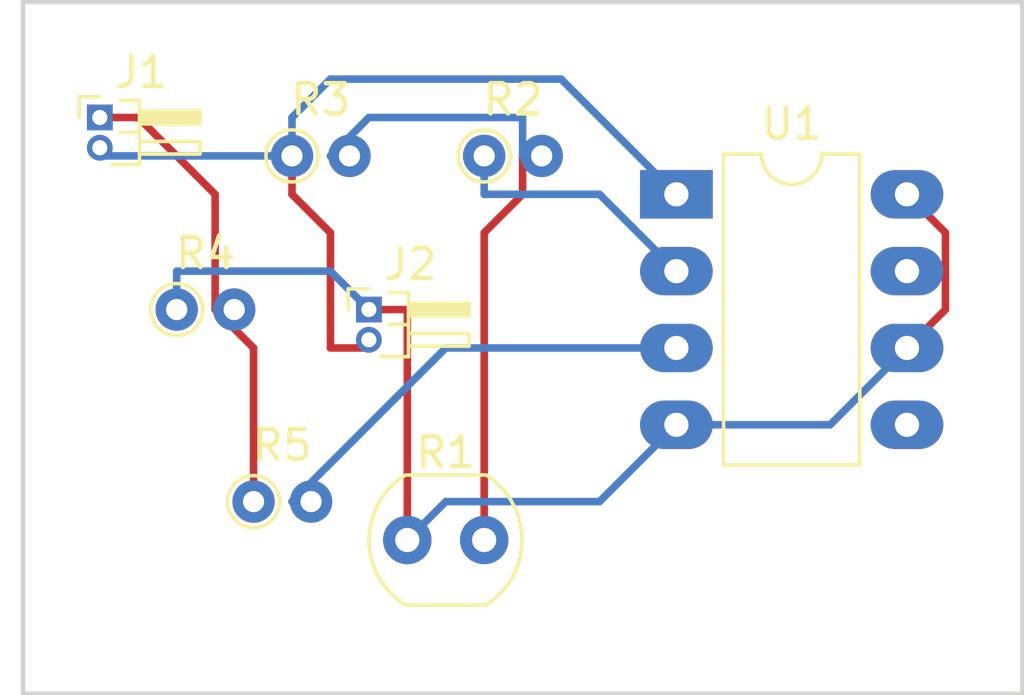
<source format=kicad_pcb>
(kicad_pcb (version 4) (host pcbnew 4.0.7)

  (general
    (links 14)
    (no_connects 0)
    (area 143.947381 116.764999 177.875001 139.775001)
    (thickness 1.6)
    (drawings 4)
    (tracks 46)
    (zones 0)
    (modules 8)
    (nets 9)
  )

  (page A4)
  (layers
    (0 F.Cu signal)
    (31 B.Cu signal)
    (33 F.Adhes user)
    (35 F.Paste user)
    (37 F.SilkS user)
    (39 F.Mask user)
    (40 Dwgs.User user)
    (41 Cmts.User user)
    (42 Eco1.User user)
    (43 Eco2.User user)
    (44 Edge.Cuts user)
    (45 Margin user)
    (47 F.CrtYd user)
    (49 F.Fab user)
  )

  (setup
    (last_trace_width 0.25)
    (trace_clearance 0.2)
    (zone_clearance 0.508)
    (zone_45_only no)
    (trace_min 0.2)
    (segment_width 0.2)
    (edge_width 0.15)
    (via_size 0.6)
    (via_drill 0.4)
    (via_min_size 0.4)
    (via_min_drill 0.3)
    (uvia_size 0.3)
    (uvia_drill 0.1)
    (uvias_allowed no)
    (uvia_min_size 0.2)
    (uvia_min_drill 0.1)
    (pcb_text_width 0.3)
    (pcb_text_size 1.5 1.5)
    (mod_edge_width 0.15)
    (mod_text_size 1 1)
    (mod_text_width 0.15)
    (pad_size 1.524 1.524)
    (pad_drill 0.762)
    (pad_to_mask_clearance 0.2)
    (aux_axis_origin 0 0)
    (visible_elements 7FFFFFFF)
    (pcbplotparams
      (layerselection 0x00000_80000001)
      (usegerberextensions false)
      (excludeedgelayer true)
      (linewidth 0.100000)
      (plotframeref false)
      (viasonmask false)
      (mode 1)
      (useauxorigin false)
      (hpglpennumber 1)
      (hpglpenspeed 20)
      (hpglpendiameter 15)
      (hpglpenoverlay 2)
      (psnegative false)
      (psa4output false)
      (plotreference true)
      (plotvalue true)
      (plotinvisibletext false)
      (padsonsilk false)
      (subtractmaskfromsilk false)
      (outputformat 1)
      (mirror false)
      (drillshape 0)
      (scaleselection 1)
      (outputdirectory ""))
  )

  (net 0 "")
  (net 1 "Net-(J1-Pad1)")
  (net 2 GND)
  (net 3 +9V)
  (net 4 "Net-(R1-Pad2)")
  (net 5 "Net-(R2-Pad1)")
  (net 6 "Net-(U1-Pad5)")
  (net 7 "Net-(U1-Pad7)")
  (net 8 "Net-(R5-Pad2)")

  (net_class Default "This is the default net class."
    (clearance 0.2)
    (trace_width 0.25)
    (via_dia 0.6)
    (via_drill 0.4)
    (uvia_dia 0.3)
    (uvia_drill 0.1)
    (add_net +9V)
    (add_net GND)
    (add_net "Net-(J1-Pad1)")
    (add_net "Net-(R1-Pad2)")
    (add_net "Net-(R2-Pad1)")
    (add_net "Net-(R5-Pad2)")
    (add_net "Net-(U1-Pad5)")
    (add_net "Net-(U1-Pad7)")
  )

  (module Opto-Devices:Resistor_LDR_4.9x4.2_RM2.54 placed (layer F.Cu) (tedit 588BCEEC) (tstamp 5BB1E170)
    (at 157.48 134.62)
    (descr "Resistor, LDR 4.9x4.2mm")
    (tags "Resistor LDR4.9x4.2")
    (path /5B9622B4)
    (fp_text reference R1 (at 1.27 -2.9) (layer F.SilkS)
      (effects (font (size 1 1) (thickness 0.15)))
    )
    (fp_text value LDR03 (at 1.17 3.1) (layer F.Fab)
      (effects (font (size 1 1) (thickness 0.15)))
    )
    (fp_line (start -0.05 2.15) (end 2.6 2.15) (layer F.SilkS) (width 0.12))
    (fp_line (start -0.05 -2.15) (end 2.6 -2.15) (layer F.SilkS) (width 0.12))
    (fp_line (start 0.87 -1.2) (end 2.17 -1.2) (layer F.Fab) (width 0.1))
    (fp_line (start 1.67 -0.6) (end 0.87 -0.6) (layer F.Fab) (width 0.1))
    (fp_line (start 0.87 0) (end 1.67 0) (layer F.Fab) (width 0.1))
    (fp_line (start 1.67 0.6) (end 0.87 0.6) (layer F.Fab) (width 0.1))
    (fp_line (start 0.37 1.2) (end 1.67 1.2) (layer F.Fab) (width 0.1))
    (fp_line (start 0.37 -1.8) (end 2.17 -1.8) (layer F.Fab) (width 0.1))
    (fp_line (start 2.17 -1.8) (end 2.17 -1.2) (layer F.Fab) (width 0.1))
    (fp_line (start 0.87 -1.2) (end 0.87 -0.6) (layer F.Fab) (width 0.1))
    (fp_line (start 1.67 -0.6) (end 1.67 0) (layer F.Fab) (width 0.1))
    (fp_line (start 0.87 0) (end 0.87 0.6) (layer F.Fab) (width 0.1))
    (fp_line (start 1.67 0.6) (end 1.67 1.2) (layer F.Fab) (width 0.1))
    (fp_line (start 0.37 1.2) (end 0.37 1.8) (layer F.Fab) (width 0.1))
    (fp_line (start 0.37 1.8) (end 2.17 1.8) (layer F.Fab) (width 0.1))
    (fp_line (start 2.57 2.1) (end -0.03 2.1) (layer F.Fab) (width 0.1))
    (fp_line (start -0.03 -2.1) (end 2.57 -2.1) (layer F.Fab) (width 0.1))
    (fp_line (start -1.45 -2.35) (end 3.99 -2.35) (layer F.CrtYd) (width 0.05))
    (fp_line (start -1.45 -2.35) (end -1.45 2.35) (layer F.CrtYd) (width 0.05))
    (fp_line (start 3.99 2.35) (end 3.99 -2.35) (layer F.CrtYd) (width 0.05))
    (fp_line (start 3.99 2.35) (end -1.45 2.35) (layer F.CrtYd) (width 0.05))
    (fp_arc (start 1.25 0) (end -0.05 2.15) (angle 117) (layer F.SilkS) (width 0.12))
    (fp_arc (start 1.25 0) (end 2.6 -2.15) (angle 115) (layer F.SilkS) (width 0.12))
    (fp_arc (start 1.27 0) (end 2.57 -2.1) (angle 115) (layer F.Fab) (width 0.1))
    (fp_arc (start 1.27 0) (end -0.03 2.1) (angle 115) (layer F.Fab) (width 0.1))
    (pad 1 thru_hole circle (at 0 0) (size 1.6 1.6) (drill 0.8) (layers *.Cu *.Mask)
      (net 3 +9V))
    (pad 2 thru_hole circle (at 2.54 0) (size 1.6 1.6) (drill 0.8) (layers *.Cu *.Mask)
      (net 4 "Net-(R1-Pad2)"))
  )

  (module Resistors_THT:R_Axial_DIN0204_L3.6mm_D1.6mm_P1.90mm_Vertical placed (layer F.Cu) (tedit 5874F706) (tstamp 5BB1E17E)
    (at 160.02 121.92)
    (descr "Resistor, Axial_DIN0204 series, Axial, Vertical, pin pitch=1.9mm, 0.16666666666666666W = 1/6W, length*diameter=3.6*1.6mm^2, http://cdn-reichelt.de/documents/datenblatt/B400/1_4W%23YAG.pdf")
    (tags "Resistor Axial_DIN0204 series Axial Vertical pin pitch 1.9mm 0.16666666666666666W = 1/6W length 3.6mm diameter 1.6mm")
    (path /5B962255)
    (fp_text reference R2 (at 0.95 -1.86) (layer F.SilkS)
      (effects (font (size 1 1) (thickness 0.15)))
    )
    (fp_text value 1K (at 0.95 1.86) (layer F.Fab)
      (effects (font (size 1 1) (thickness 0.15)))
    )
    (fp_circle (center 0 0) (end 0.8 0) (layer F.Fab) (width 0.1))
    (fp_circle (center 0 0) (end 0.86 0) (layer F.SilkS) (width 0.12))
    (fp_line (start 0 0) (end 1.9 0) (layer F.Fab) (width 0.1))
    (fp_line (start 0.86 0) (end 0.9 0) (layer F.SilkS) (width 0.12))
    (fp_line (start -1.15 -1.15) (end -1.15 1.15) (layer F.CrtYd) (width 0.05))
    (fp_line (start -1.15 1.15) (end 2.95 1.15) (layer F.CrtYd) (width 0.05))
    (fp_line (start 2.95 1.15) (end 2.95 -1.15) (layer F.CrtYd) (width 0.05))
    (fp_line (start 2.95 -1.15) (end -1.15 -1.15) (layer F.CrtYd) (width 0.05))
    (pad 1 thru_hole circle (at 0 0) (size 1.4 1.4) (drill 0.7) (layers *.Cu *.Mask)
      (net 5 "Net-(R2-Pad1)"))
    (pad 2 thru_hole oval (at 1.9 0) (size 1.4 1.4) (drill 0.7) (layers *.Cu *.Mask)
      (net 4 "Net-(R1-Pad2)"))
    (model ${KISYS3DMOD}/Resistors_THT.3dshapes/R_Axial_DIN0204_L3.6mm_D1.6mm_P1.90mm_Vertical.wrl
      (at (xyz 0 0 0))
      (scale (xyz 0.393701 0.393701 0.393701))
      (rotate (xyz 0 0 0))
    )
  )

  (module Resistors_THT:R_Axial_DIN0204_L3.6mm_D1.6mm_P1.90mm_Vertical placed (layer F.Cu) (tedit 5874F706) (tstamp 5BB1E18C)
    (at 153.67 121.92)
    (descr "Resistor, Axial_DIN0204 series, Axial, Vertical, pin pitch=1.9mm, 0.16666666666666666W = 1/6W, length*diameter=3.6*1.6mm^2, http://cdn-reichelt.de/documents/datenblatt/B400/1_4W%23YAG.pdf")
    (tags "Resistor Axial_DIN0204 series Axial Vertical pin pitch 1.9mm 0.16666666666666666W = 1/6W length 3.6mm diameter 1.6mm")
    (path /5B962291)
    (fp_text reference R3 (at 0.95 -1.86) (layer F.SilkS)
      (effects (font (size 1 1) (thickness 0.15)))
    )
    (fp_text value 20K (at 0.95 1.86) (layer F.Fab)
      (effects (font (size 1 1) (thickness 0.15)))
    )
    (fp_circle (center 0 0) (end 0.8 0) (layer F.Fab) (width 0.1))
    (fp_circle (center 0 0) (end 0.86 0) (layer F.SilkS) (width 0.12))
    (fp_line (start 0 0) (end 1.9 0) (layer F.Fab) (width 0.1))
    (fp_line (start 0.86 0) (end 0.9 0) (layer F.SilkS) (width 0.12))
    (fp_line (start -1.15 -1.15) (end -1.15 1.15) (layer F.CrtYd) (width 0.05))
    (fp_line (start -1.15 1.15) (end 2.95 1.15) (layer F.CrtYd) (width 0.05))
    (fp_line (start 2.95 1.15) (end 2.95 -1.15) (layer F.CrtYd) (width 0.05))
    (fp_line (start 2.95 -1.15) (end -1.15 -1.15) (layer F.CrtYd) (width 0.05))
    (pad 1 thru_hole circle (at 0 0) (size 1.4 1.4) (drill 0.7) (layers *.Cu *.Mask)
      (net 2 GND))
    (pad 2 thru_hole oval (at 1.9 0) (size 1.4 1.4) (drill 0.7) (layers *.Cu *.Mask)
      (net 4 "Net-(R1-Pad2)"))
    (model ${KISYS3DMOD}/Resistors_THT.3dshapes/R_Axial_DIN0204_L3.6mm_D1.6mm_P1.90mm_Vertical.wrl
      (at (xyz 0 0 0))
      (scale (xyz 0.393701 0.393701 0.393701))
      (rotate (xyz 0 0 0))
    )
  )

  (module Resistors_THT:R_Axial_DIN0204_L3.6mm_D1.6mm_P1.90mm_Vertical placed (layer F.Cu) (tedit 5874F706) (tstamp 5BB1E19A)
    (at 149.86 127)
    (descr "Resistor, Axial_DIN0204 series, Axial, Vertical, pin pitch=1.9mm, 0.16666666666666666W = 1/6W, length*diameter=3.6*1.6mm^2, http://cdn-reichelt.de/documents/datenblatt/B400/1_4W%23YAG.pdf")
    (tags "Resistor Axial_DIN0204 series Axial Vertical pin pitch 1.9mm 0.16666666666666666W = 1/6W length 3.6mm diameter 1.6mm")
    (path /5B962272)
    (fp_text reference R4 (at 0.95 -1.86) (layer F.SilkS)
      (effects (font (size 1 1) (thickness 0.15)))
    )
    (fp_text value 220 (at 0.95 1.86) (layer F.Fab)
      (effects (font (size 1 1) (thickness 0.15)))
    )
    (fp_circle (center 0 0) (end 0.8 0) (layer F.Fab) (width 0.1))
    (fp_circle (center 0 0) (end 0.86 0) (layer F.SilkS) (width 0.12))
    (fp_line (start 0 0) (end 1.9 0) (layer F.Fab) (width 0.1))
    (fp_line (start 0.86 0) (end 0.9 0) (layer F.SilkS) (width 0.12))
    (fp_line (start -1.15 -1.15) (end -1.15 1.15) (layer F.CrtYd) (width 0.05))
    (fp_line (start -1.15 1.15) (end 2.95 1.15) (layer F.CrtYd) (width 0.05))
    (fp_line (start 2.95 1.15) (end 2.95 -1.15) (layer F.CrtYd) (width 0.05))
    (fp_line (start 2.95 -1.15) (end -1.15 -1.15) (layer F.CrtYd) (width 0.05))
    (pad 1 thru_hole circle (at 0 0) (size 1.4 1.4) (drill 0.7) (layers *.Cu *.Mask)
      (net 3 +9V))
    (pad 2 thru_hole oval (at 1.9 0) (size 1.4 1.4) (drill 0.7) (layers *.Cu *.Mask)
      (net 1 "Net-(J1-Pad1)"))
    (model ${KISYS3DMOD}/Resistors_THT.3dshapes/R_Axial_DIN0204_L3.6mm_D1.6mm_P1.90mm_Vertical.wrl
      (at (xyz 0 0 0))
      (scale (xyz 0.393701 0.393701 0.393701))
      (rotate (xyz 0 0 0))
    )
  )

  (module Resistors_THT:R_Axial_DIN0204_L3.6mm_D1.6mm_P1.90mm_Vertical placed (layer F.Cu) (tedit 5874F706) (tstamp 5BB1E1A8)
    (at 152.4 133.35)
    (descr "Resistor, Axial_DIN0204 series, Axial, Vertical, pin pitch=1.9mm, 0.16666666666666666W = 1/6W, length*diameter=3.6*1.6mm^2, http://cdn-reichelt.de/documents/datenblatt/B400/1_4W%23YAG.pdf")
    (tags "Resistor Axial_DIN0204 series Axial Vertical pin pitch 1.9mm 0.16666666666666666W = 1/6W length 3.6mm diameter 1.6mm")
    (path /5BB1D8A4)
    (fp_text reference R5 (at 0.95 -1.86) (layer F.SilkS)
      (effects (font (size 1 1) (thickness 0.15)))
    )
    (fp_text value 220 (at 0.95 1.86) (layer F.Fab)
      (effects (font (size 1 1) (thickness 0.15)))
    )
    (fp_circle (center 0 0) (end 0.8 0) (layer F.Fab) (width 0.1))
    (fp_circle (center 0 0) (end 0.86 0) (layer F.SilkS) (width 0.12))
    (fp_line (start 0 0) (end 1.9 0) (layer F.Fab) (width 0.1))
    (fp_line (start 0.86 0) (end 0.9 0) (layer F.SilkS) (width 0.12))
    (fp_line (start -1.15 -1.15) (end -1.15 1.15) (layer F.CrtYd) (width 0.05))
    (fp_line (start -1.15 1.15) (end 2.95 1.15) (layer F.CrtYd) (width 0.05))
    (fp_line (start 2.95 1.15) (end 2.95 -1.15) (layer F.CrtYd) (width 0.05))
    (fp_line (start 2.95 -1.15) (end -1.15 -1.15) (layer F.CrtYd) (width 0.05))
    (pad 1 thru_hole circle (at 0 0) (size 1.4 1.4) (drill 0.7) (layers *.Cu *.Mask)
      (net 1 "Net-(J1-Pad1)"))
    (pad 2 thru_hole oval (at 1.9 0) (size 1.4 1.4) (drill 0.7) (layers *.Cu *.Mask)
      (net 8 "Net-(R5-Pad2)"))
    (model ${KISYS3DMOD}/Resistors_THT.3dshapes/R_Axial_DIN0204_L3.6mm_D1.6mm_P1.90mm_Vertical.wrl
      (at (xyz 0 0 0))
      (scale (xyz 0.393701 0.393701 0.393701))
      (rotate (xyz 0 0 0))
    )
  )

  (module Pin_Headers:Pin_Header_Angled_1x02_Pitch1.00mm placed (layer F.Cu) (tedit 59B55814) (tstamp 5BB1EE73)
    (at 147.32 120.65)
    (descr "Through hole angled pin header, 1x02, 1.00mm pitch, 2.0mm pin length, single row")
    (tags "Through hole angled pin header THT 1x02 1.00mm single row")
    (path /5B962189)
    (fp_text reference J1 (at 1.375 -1.5) (layer F.SilkS)
      (effects (font (size 1 1) (thickness 0.15)))
    )
    (fp_text value Conn_01x02 (at 1.375 2.5) (layer F.Fab)
      (effects (font (size 1 1) (thickness 0.15)))
    )
    (fp_line (start 0.5 -0.5) (end 1.25 -0.5) (layer F.Fab) (width 0.1))
    (fp_line (start 1.25 -0.5) (end 1.25 1.5) (layer F.Fab) (width 0.1))
    (fp_line (start 1.25 1.5) (end 0.25 1.5) (layer F.Fab) (width 0.1))
    (fp_line (start 0.25 1.5) (end 0.25 -0.25) (layer F.Fab) (width 0.1))
    (fp_line (start 0.25 -0.25) (end 0.5 -0.5) (layer F.Fab) (width 0.1))
    (fp_line (start -0.15 -0.15) (end 0.25 -0.15) (layer F.Fab) (width 0.1))
    (fp_line (start -0.15 -0.15) (end -0.15 0.15) (layer F.Fab) (width 0.1))
    (fp_line (start -0.15 0.15) (end 0.25 0.15) (layer F.Fab) (width 0.1))
    (fp_line (start 1.25 -0.15) (end 3.25 -0.15) (layer F.Fab) (width 0.1))
    (fp_line (start 3.25 -0.15) (end 3.25 0.15) (layer F.Fab) (width 0.1))
    (fp_line (start 1.25 0.15) (end 3.25 0.15) (layer F.Fab) (width 0.1))
    (fp_line (start -0.15 0.85) (end 0.25 0.85) (layer F.Fab) (width 0.1))
    (fp_line (start -0.15 0.85) (end -0.15 1.15) (layer F.Fab) (width 0.1))
    (fp_line (start -0.15 1.15) (end 0.25 1.15) (layer F.Fab) (width 0.1))
    (fp_line (start 1.25 0.85) (end 3.25 0.85) (layer F.Fab) (width 0.1))
    (fp_line (start 3.25 0.85) (end 3.25 1.15) (layer F.Fab) (width 0.1))
    (fp_line (start 1.25 1.15) (end 3.25 1.15) (layer F.Fab) (width 0.1))
    (fp_line (start 0.685 -0.56) (end 1.31 -0.56) (layer F.SilkS) (width 0.12))
    (fp_line (start 1.31 -0.56) (end 1.31 1.56) (layer F.SilkS) (width 0.12))
    (fp_line (start 1.31 1.56) (end 0.394493 1.56) (layer F.SilkS) (width 0.12))
    (fp_line (start 1.31 -0.21) (end 3.31 -0.21) (layer F.SilkS) (width 0.12))
    (fp_line (start 3.31 -0.21) (end 3.31 0.21) (layer F.SilkS) (width 0.12))
    (fp_line (start 3.31 0.21) (end 1.31 0.21) (layer F.SilkS) (width 0.12))
    (fp_line (start 1.31 -0.15) (end 3.31 -0.15) (layer F.SilkS) (width 0.12))
    (fp_line (start 1.31 -0.03) (end 3.31 -0.03) (layer F.SilkS) (width 0.12))
    (fp_line (start 1.31 0.09) (end 3.31 0.09) (layer F.SilkS) (width 0.12))
    (fp_line (start 0.685 0.5) (end 1.31 0.5) (layer F.SilkS) (width 0.12))
    (fp_line (start 1.31 0.79) (end 3.31 0.79) (layer F.SilkS) (width 0.12))
    (fp_line (start 3.31 0.79) (end 3.31 1.21) (layer F.SilkS) (width 0.12))
    (fp_line (start 3.31 1.21) (end 1.31 1.21) (layer F.SilkS) (width 0.12))
    (fp_line (start -0.685 0) (end -0.685 -0.685) (layer F.SilkS) (width 0.12))
    (fp_line (start -0.685 -0.685) (end 0 -0.685) (layer F.SilkS) (width 0.12))
    (fp_line (start -1 -1) (end -1 2) (layer F.CrtYd) (width 0.05))
    (fp_line (start -1 2) (end 3.75 2) (layer F.CrtYd) (width 0.05))
    (fp_line (start 3.75 2) (end 3.75 -1) (layer F.CrtYd) (width 0.05))
    (fp_line (start 3.75 -1) (end -1 -1) (layer F.CrtYd) (width 0.05))
    (fp_text user %R (at 0.75 0.5 90) (layer F.Fab)
      (effects (font (size 0.6 0.6) (thickness 0.09)))
    )
    (pad 1 thru_hole rect (at 0 0) (size 0.85 0.85) (drill 0.5) (layers *.Cu *.Mask)
      (net 1 "Net-(J1-Pad1)"))
    (pad 2 thru_hole oval (at 0 1) (size 0.85 0.85) (drill 0.5) (layers *.Cu *.Mask)
      (net 2 GND))
    (model ${KISYS3DMOD}/Pin_Headers.3dshapes/Pin_Header_Angled_1x02_Pitch1.00mm.wrl
      (at (xyz 0 0 0))
      (scale (xyz 1 1 1))
      (rotate (xyz 0 0 0))
    )
  )

  (module Pin_Headers:Pin_Header_Angled_1x02_Pitch1.00mm placed (layer F.Cu) (tedit 59B55814) (tstamp 5BB1EE9D)
    (at 156.21 127)
    (descr "Through hole angled pin header, 1x02, 1.00mm pitch, 2.0mm pin length, single row")
    (tags "Through hole angled pin header THT 1x02 1.00mm single row")
    (path /5B962205)
    (fp_text reference J2 (at 1.375 -1.5) (layer F.SilkS)
      (effects (font (size 1 1) (thickness 0.15)))
    )
    (fp_text value Conn_01x02 (at 1.375 2.5) (layer F.Fab)
      (effects (font (size 1 1) (thickness 0.15)))
    )
    (fp_line (start 0.5 -0.5) (end 1.25 -0.5) (layer F.Fab) (width 0.1))
    (fp_line (start 1.25 -0.5) (end 1.25 1.5) (layer F.Fab) (width 0.1))
    (fp_line (start 1.25 1.5) (end 0.25 1.5) (layer F.Fab) (width 0.1))
    (fp_line (start 0.25 1.5) (end 0.25 -0.25) (layer F.Fab) (width 0.1))
    (fp_line (start 0.25 -0.25) (end 0.5 -0.5) (layer F.Fab) (width 0.1))
    (fp_line (start -0.15 -0.15) (end 0.25 -0.15) (layer F.Fab) (width 0.1))
    (fp_line (start -0.15 -0.15) (end -0.15 0.15) (layer F.Fab) (width 0.1))
    (fp_line (start -0.15 0.15) (end 0.25 0.15) (layer F.Fab) (width 0.1))
    (fp_line (start 1.25 -0.15) (end 3.25 -0.15) (layer F.Fab) (width 0.1))
    (fp_line (start 3.25 -0.15) (end 3.25 0.15) (layer F.Fab) (width 0.1))
    (fp_line (start 1.25 0.15) (end 3.25 0.15) (layer F.Fab) (width 0.1))
    (fp_line (start -0.15 0.85) (end 0.25 0.85) (layer F.Fab) (width 0.1))
    (fp_line (start -0.15 0.85) (end -0.15 1.15) (layer F.Fab) (width 0.1))
    (fp_line (start -0.15 1.15) (end 0.25 1.15) (layer F.Fab) (width 0.1))
    (fp_line (start 1.25 0.85) (end 3.25 0.85) (layer F.Fab) (width 0.1))
    (fp_line (start 3.25 0.85) (end 3.25 1.15) (layer F.Fab) (width 0.1))
    (fp_line (start 1.25 1.15) (end 3.25 1.15) (layer F.Fab) (width 0.1))
    (fp_line (start 0.685 -0.56) (end 1.31 -0.56) (layer F.SilkS) (width 0.12))
    (fp_line (start 1.31 -0.56) (end 1.31 1.56) (layer F.SilkS) (width 0.12))
    (fp_line (start 1.31 1.56) (end 0.394493 1.56) (layer F.SilkS) (width 0.12))
    (fp_line (start 1.31 -0.21) (end 3.31 -0.21) (layer F.SilkS) (width 0.12))
    (fp_line (start 3.31 -0.21) (end 3.31 0.21) (layer F.SilkS) (width 0.12))
    (fp_line (start 3.31 0.21) (end 1.31 0.21) (layer F.SilkS) (width 0.12))
    (fp_line (start 1.31 -0.15) (end 3.31 -0.15) (layer F.SilkS) (width 0.12))
    (fp_line (start 1.31 -0.03) (end 3.31 -0.03) (layer F.SilkS) (width 0.12))
    (fp_line (start 1.31 0.09) (end 3.31 0.09) (layer F.SilkS) (width 0.12))
    (fp_line (start 0.685 0.5) (end 1.31 0.5) (layer F.SilkS) (width 0.12))
    (fp_line (start 1.31 0.79) (end 3.31 0.79) (layer F.SilkS) (width 0.12))
    (fp_line (start 3.31 0.79) (end 3.31 1.21) (layer F.SilkS) (width 0.12))
    (fp_line (start 3.31 1.21) (end 1.31 1.21) (layer F.SilkS) (width 0.12))
    (fp_line (start -0.685 0) (end -0.685 -0.685) (layer F.SilkS) (width 0.12))
    (fp_line (start -0.685 -0.685) (end 0 -0.685) (layer F.SilkS) (width 0.12))
    (fp_line (start -1 -1) (end -1 2) (layer F.CrtYd) (width 0.05))
    (fp_line (start -1 2) (end 3.75 2) (layer F.CrtYd) (width 0.05))
    (fp_line (start 3.75 2) (end 3.75 -1) (layer F.CrtYd) (width 0.05))
    (fp_line (start 3.75 -1) (end -1 -1) (layer F.CrtYd) (width 0.05))
    (fp_text user %R (at 0.75 0.5 90) (layer F.Fab)
      (effects (font (size 0.6 0.6) (thickness 0.09)))
    )
    (pad 1 thru_hole rect (at 0 0) (size 0.85 0.85) (drill 0.5) (layers *.Cu *.Mask)
      (net 3 +9V))
    (pad 2 thru_hole oval (at 0 1) (size 0.85 0.85) (drill 0.5) (layers *.Cu *.Mask)
      (net 2 GND))
    (model ${KISYS3DMOD}/Pin_Headers.3dshapes/Pin_Header_Angled_1x02_Pitch1.00mm.wrl
      (at (xyz 0 0 0))
      (scale (xyz 1 1 1))
      (rotate (xyz 0 0 0))
    )
  )

  (module Housings_DIP:DIP-8_W7.62mm_LongPads (layer F.Cu) (tedit 59C78D6B) (tstamp 5BB1EEC7)
    (at 166.37 123.19)
    (descr "8-lead though-hole mounted DIP package, row spacing 7.62 mm (300 mils), LongPads")
    (tags "THT DIP DIL PDIP 2.54mm 7.62mm 300mil LongPads")
    (path /5B962230)
    (fp_text reference U1 (at 3.81 -2.33) (layer F.SilkS)
      (effects (font (size 1 1) (thickness 0.15)))
    )
    (fp_text value NE555 (at 3.81 9.95) (layer F.Fab)
      (effects (font (size 1 1) (thickness 0.15)))
    )
    (fp_arc (start 3.81 -1.33) (end 2.81 -1.33) (angle -180) (layer F.SilkS) (width 0.12))
    (fp_line (start 1.635 -1.27) (end 6.985 -1.27) (layer F.Fab) (width 0.1))
    (fp_line (start 6.985 -1.27) (end 6.985 8.89) (layer F.Fab) (width 0.1))
    (fp_line (start 6.985 8.89) (end 0.635 8.89) (layer F.Fab) (width 0.1))
    (fp_line (start 0.635 8.89) (end 0.635 -0.27) (layer F.Fab) (width 0.1))
    (fp_line (start 0.635 -0.27) (end 1.635 -1.27) (layer F.Fab) (width 0.1))
    (fp_line (start 2.81 -1.33) (end 1.56 -1.33) (layer F.SilkS) (width 0.12))
    (fp_line (start 1.56 -1.33) (end 1.56 8.95) (layer F.SilkS) (width 0.12))
    (fp_line (start 1.56 8.95) (end 6.06 8.95) (layer F.SilkS) (width 0.12))
    (fp_line (start 6.06 8.95) (end 6.06 -1.33) (layer F.SilkS) (width 0.12))
    (fp_line (start 6.06 -1.33) (end 4.81 -1.33) (layer F.SilkS) (width 0.12))
    (fp_line (start -1.45 -1.55) (end -1.45 9.15) (layer F.CrtYd) (width 0.05))
    (fp_line (start -1.45 9.15) (end 9.1 9.15) (layer F.CrtYd) (width 0.05))
    (fp_line (start 9.1 9.15) (end 9.1 -1.55) (layer F.CrtYd) (width 0.05))
    (fp_line (start 9.1 -1.55) (end -1.45 -1.55) (layer F.CrtYd) (width 0.05))
    (fp_text user %R (at 3.81 3.81) (layer F.Fab)
      (effects (font (size 1 1) (thickness 0.15)))
    )
    (pad 1 thru_hole rect (at 0 0) (size 2.4 1.6) (drill 0.8) (layers *.Cu *.Mask)
      (net 2 GND))
    (pad 5 thru_hole oval (at 7.62 7.62) (size 2.4 1.6) (drill 0.8) (layers *.Cu *.Mask)
      (net 6 "Net-(U1-Pad5)"))
    (pad 2 thru_hole oval (at 0 2.54) (size 2.4 1.6) (drill 0.8) (layers *.Cu *.Mask)
      (net 5 "Net-(R2-Pad1)"))
    (pad 6 thru_hole oval (at 7.62 5.08) (size 2.4 1.6) (drill 0.8) (layers *.Cu *.Mask)
      (net 3 +9V))
    (pad 3 thru_hole oval (at 0 5.08) (size 2.4 1.6) (drill 0.8) (layers *.Cu *.Mask)
      (net 8 "Net-(R5-Pad2)"))
    (pad 7 thru_hole oval (at 7.62 2.54) (size 2.4 1.6) (drill 0.8) (layers *.Cu *.Mask)
      (net 7 "Net-(U1-Pad7)"))
    (pad 4 thru_hole oval (at 0 7.62) (size 2.4 1.6) (drill 0.8) (layers *.Cu *.Mask)
      (net 3 +9V))
    (pad 8 thru_hole oval (at 7.62 0) (size 2.4 1.6) (drill 0.8) (layers *.Cu *.Mask)
      (net 3 +9V))
    (model ${KISYS3DMOD}/Housings_DIP.3dshapes/DIP-8_W7.62mm.wrl
      (at (xyz 0 0 0))
      (scale (xyz 1 1 1))
      (rotate (xyz 0 0 0))
    )
  )

  (gr_line (start 177.8 116.84) (end 144.78 116.84) (angle 90) (layer Edge.Cuts) (width 0.15))
  (gr_line (start 144.78 139.7) (end 144.78 116.84) (angle 90) (layer Edge.Cuts) (width 0.15))
  (gr_line (start 177.8 139.7) (end 144.78 139.7) (angle 90) (layer Edge.Cuts) (width 0.15))
  (gr_line (start 177.8 116.84) (end 177.8 139.7) (angle 90) (layer Edge.Cuts) (width 0.15))

  (segment (start 147.32 120.65) (end 148.59 120.65) (width 0.25) (layer F.Cu) (net 1) (status 80000))
  (segment (start 148.59 120.65) (end 151.13 123.19) (width 0.25) (layer F.Cu) (net 1) (status 80000))
  (segment (start 151.13 123.19) (end 151.13 127) (width 0.25) (layer F.Cu) (net 1) (status 80000))
  (segment (start 151.13 127) (end 151.76 127) (width 0.25) (layer F.Cu) (net 1) (tstamp 5BB1F1BE) (status 80000))
  (segment (start 151.76 127) (end 151.13 127) (width 0.25) (layer F.Cu) (net 1) (status 80000))
  (segment (start 151.13 127) (end 152.4 128.27) (width 0.25) (layer F.Cu) (net 1) (status 80000))
  (segment (start 152.4 128.27) (end 152.4 133.35) (width 0.25) (layer F.Cu) (net 1) (status 80000))
  (segment (start 153.67 121.92) (end 153.67 120.65) (width 0.25) (layer B.Cu) (net 2) (status 80000))
  (segment (start 153.67 120.65) (end 154.94 119.38) (width 0.25) (layer B.Cu) (net 2) (status 80000))
  (segment (start 154.94 119.38) (end 162.56 119.38) (width 0.25) (layer B.Cu) (net 2) (status 80000))
  (segment (start 162.56 119.38) (end 166.37 123.19) (width 0.25) (layer B.Cu) (net 2) (status 80000))
  (segment (start 153.67 121.92) (end 153.67 123.19) (width 0.25) (layer F.Cu) (net 2) (status 80000))
  (segment (start 153.67 123.19) (end 154.94 124.46) (width 0.25) (layer F.Cu) (net 2) (status 80000))
  (segment (start 154.94 124.46) (end 154.94 128.27) (width 0.25) (layer F.Cu) (net 2) (status 80000))
  (segment (start 154.94 128.27) (end 156.21 128.27) (width 0.25) (layer F.Cu) (net 2) (status 80000))
  (segment (start 156.21 128.27) (end 156.21 128) (width 0.25) (layer F.Cu) (net 2) (tstamp 5BB1F1BD) (status 80000))
  (segment (start 147.32 121.65) (end 147.32 121.92) (width 0.25) (layer B.Cu) (net 2) (status 80000))
  (segment (start 147.32 121.92) (end 153.67 121.92) (width 0.25) (layer B.Cu) (net 2) (status 80000))
  (segment (start 166.37 130.81) (end 163.83 133.35) (width 0.25) (layer B.Cu) (net 3) (status 80000))
  (segment (start 163.83 133.35) (end 158.75 133.35) (width 0.25) (layer B.Cu) (net 3) (status 80000))
  (segment (start 158.75 133.35) (end 157.48 134.62) (width 0.25) (layer B.Cu) (net 3) (status 80000))
  (segment (start 173.99 128.27) (end 171.45 130.81) (width 0.25) (layer B.Cu) (net 3) (status 80000))
  (segment (start 171.45 130.81) (end 166.37 130.81) (width 0.25) (layer B.Cu) (net 3) (status 80000))
  (segment (start 157.48 134.62) (end 157.48 127) (width 0.25) (layer F.Cu) (net 3) (status 80000))
  (segment (start 157.48 127) (end 156.21 127) (width 0.25) (layer F.Cu) (net 3) (status 80000))
  (segment (start 156.21 127) (end 154.94 125.73) (width 0.25) (layer B.Cu) (net 3) (status 80000))
  (segment (start 154.94 125.73) (end 149.86 125.73) (width 0.25) (layer B.Cu) (net 3) (status 80000))
  (segment (start 149.86 125.73) (end 149.86 127) (width 0.25) (layer B.Cu) (net 3) (status 80000))
  (segment (start 173.99 123.19) (end 175.26 124.46) (width 0.25) (layer F.Cu) (net 3) (status 80000))
  (segment (start 175.26 124.46) (end 175.26 127) (width 0.25) (layer F.Cu) (net 3) (status 80000))
  (segment (start 175.26 127) (end 173.99 128.27) (width 0.25) (layer F.Cu) (net 3) (status 80000))
  (segment (start 161.92 121.92) (end 161.29 121.92) (width 0.25) (layer F.Cu) (net 4) (status 80000))
  (segment (start 161.29 121.92) (end 161.29 123.19) (width 0.25) (layer F.Cu) (net 4) (status 80000))
  (segment (start 161.29 123.19) (end 160.02 124.46) (width 0.25) (layer F.Cu) (net 4) (status 80000))
  (segment (start 160.02 124.46) (end 160.02 134.62) (width 0.25) (layer F.Cu) (net 4) (status 80000))
  (segment (start 155.57 121.92) (end 154.94 121.92) (width 0.25) (layer B.Cu) (net 4) (status 80000))
  (segment (start 154.94 121.92) (end 156.21 120.65) (width 0.25) (layer B.Cu) (net 4) (status 80000))
  (segment (start 156.21 120.65) (end 161.29 120.65) (width 0.25) (layer B.Cu) (net 4) (status 80000))
  (segment (start 161.29 120.65) (end 161.29 121.92) (width 0.25) (layer B.Cu) (net 4) (status 80000))
  (segment (start 161.29 121.92) (end 161.92 121.92) (width 0.25) (layer B.Cu) (net 4) (tstamp 5BB1F123) (status 80000))
  (segment (start 166.37 125.73) (end 163.83 123.19) (width 0.25) (layer B.Cu) (net 5) (status 80000))
  (segment (start 163.83 123.19) (end 160.02 123.19) (width 0.25) (layer B.Cu) (net 5) (status 80000))
  (segment (start 160.02 123.19) (end 160.02 121.92) (width 0.25) (layer B.Cu) (net 5) (status 80000))
  (segment (start 154.3 133.35) (end 153.67 133.35) (width 0.25) (layer B.Cu) (net 8) (status 80000))
  (segment (start 153.67 133.35) (end 158.75 128.27) (width 0.25) (layer B.Cu) (net 8) (status 80000))
  (segment (start 158.75 128.27) (end 166.37 128.27) (width 0.25) (layer B.Cu) (net 8) (status 80000))

)

</source>
